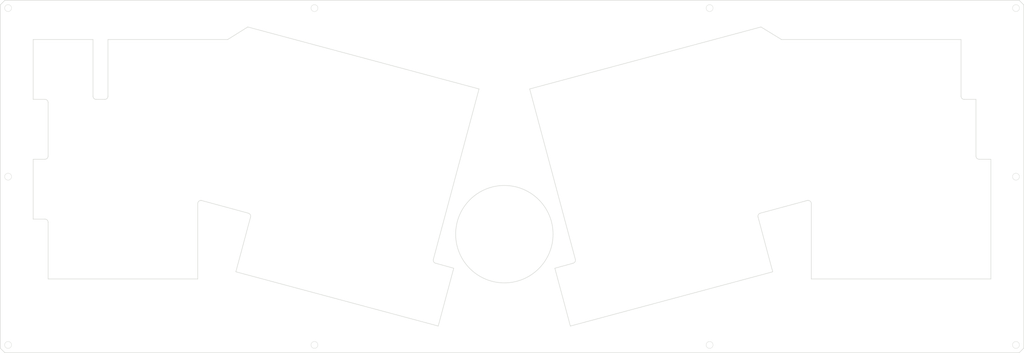
<source format=kicad_pcb>
(kicad_pcb (version 20171130) (host pcbnew "(5.1.5)-3")

  (general
    (thickness 2)
    (drawings 72)
    (tracks 0)
    (zones 0)
    (modules 0)
    (nets 1)
  )

  (page A3)
  (layers
    (0 F.Cu signal)
    (31 B.Cu signal)
    (32 B.Adhes user)
    (33 F.Adhes user)
    (34 B.Paste user)
    (35 F.Paste user)
    (36 B.SilkS user)
    (37 F.SilkS user)
    (38 B.Mask user)
    (39 F.Mask user)
    (40 Dwgs.User user)
    (41 Cmts.User user)
    (42 Eco1.User user)
    (43 Eco2.User user)
    (44 Edge.Cuts user)
    (45 Margin user)
    (46 B.CrtYd user)
    (47 F.CrtYd user)
    (48 B.Fab user)
    (49 F.Fab user)
  )

  (setup
    (last_trace_width 0.25)
    (user_trace_width 0.5)
    (user_trace_width 0.5)
    (trace_clearance 0.2)
    (zone_clearance 0.508)
    (zone_45_only no)
    (trace_min 0.2)
    (via_size 0.8)
    (via_drill 0.4)
    (via_min_size 0.4)
    (via_min_drill 0.3)
    (uvia_size 0.3)
    (uvia_drill 0.1)
    (uvias_allowed no)
    (uvia_min_size 0.2)
    (uvia_min_drill 0.1)
    (edge_width 0.1)
    (segment_width 0.2)
    (pcb_text_width 0.3)
    (pcb_text_size 1.5 1.5)
    (mod_edge_width 0.15)
    (mod_text_size 1 1)
    (mod_text_width 0.15)
    (pad_size 2.2 2.2)
    (pad_drill 2.2)
    (pad_to_mask_clearance 0)
    (solder_mask_min_width 0.25)
    (aux_axis_origin 0 0)
    (visible_elements 7FFFFFFF)
    (pcbplotparams
      (layerselection 0x01000_7ffffffe)
      (usegerberextensions true)
      (usegerberattributes false)
      (usegerberadvancedattributes false)
      (creategerberjobfile false)
      (excludeedgelayer true)
      (linewidth 0.100000)
      (plotframeref false)
      (viasonmask false)
      (mode 1)
      (useauxorigin false)
      (hpglpennumber 1)
      (hpglpenspeed 20)
      (hpglpendiameter 15.000000)
      (psnegative false)
      (psa4output false)
      (plotreference true)
      (plotvalue true)
      (plotinvisibletext false)
      (padsonsilk false)
      (subtractmaskfromsilk false)
      (outputformat 4)
      (mirror false)
      (drillshape 0)
      (scaleselection 1)
      (outputdirectory "C:/Users/サリチル酸/Desktop/"))
  )

  (net 0 "")

  (net_class Default "これはデフォルトのネット クラスです。"
    (clearance 0.2)
    (trace_width 0.25)
    (via_dia 0.8)
    (via_drill 0.4)
    (uvia_dia 0.3)
    (uvia_drill 0.1)
  )

  (gr_arc (start 87.271181 79.285926) (end 88.237107 79.544745) (angle -90) (layer Edge.Cuts) (width 0.15) (tstamp 60E50618))
  (gr_arc (start 147.378819 93.284074) (end 146.412893 93.025255) (angle -90) (layer Edge.Cuts) (width 0.15) (tstamp 60E505D2))
  (gr_arc (start 72.4375 75.262188) (end 72.4375 74.262188) (angle -90) (layer Edge.Cuts) (width 0.15) (tstamp 60E505A8))
  (gr_arc (start 265.69375 75.262187) (end 266.69375 75.262187) (angle -90) (layer Edge.Cuts) (width 0.15) (tstamp 60E50562))
  (gr_arc (start 250.708819 79.285926) (end 250.45 78.32) (angle -90) (layer Edge.Cuts) (width 0.15) (tstamp 60E504E6))
  (gr_arc (start 190.634074 93.278819) (end 190.892893 94.244745) (angle -90) (layer Edge.Cuts) (width 0.15) (tstamp 60E504D3))
  (gr_arc (start 22.8125 81.2) (end 23.8125 81.2) (angle -90) (layer Edge.Cuts) (width 0.15) (tstamp 60E504B2))
  (gr_arc (start 22.8125 60.15) (end 22.8125 61.15) (angle -90) (layer Edge.Cuts) (width 0.15) (tstamp 60E5049E))
  (gr_arc (start 22.8125 43.1) (end 23.8125 43.1) (angle -90) (layer Edge.Cuts) (width 0.15) (tstamp 60E5048B))
  (gr_arc (start 41.8625 41.1) (end 41.8625 42.1) (angle -90) (layer Edge.Cuts) (width 0.15) (tstamp 60E5047D))
  (gr_arc (start 39.1 41.1) (end 38.1 41.1) (angle -90) (layer Edge.Cuts) (width 0.15) (tstamp 60E5045D))
  (gr_arc (start 315.34375 41.1) (end 314.34375 41.1) (angle -90) (layer Edge.Cuts) (width 0.15) (tstamp 60E50444))
  (gr_arc (start 320.09375 60.15) (end 319.09375 60.15) (angle -90) (layer Edge.Cuts) (width 0.15))
  (gr_line (start 41.8625 42.1) (end 39.1 42.1) (layer Edge.Cuts) (width 0.15))
  (gr_line (start 42.8625 23.05) (end 42.8625 41.1) (layer Edge.Cuts) (width 0.15))
  (gr_line (start 38.1 41.1) (end 38.1 23.05) (layer Edge.Cuts) (width 0.15))
  (gr_line (start 83.562462 96.977263) (end 147.965566 114.234024) (layer Edge.Cuts) (width 0.15) (tstamp 60CE1B56))
  (gr_line (start 88.237107 79.544745) (end 83.562462 96.977263) (layer Edge.Cuts) (width 0.15))
  (gr_line (start 72.554467 74.262188) (end 87.53 78.32) (layer Edge.Cuts) (width 0.15))
  (gr_line (start 72.4375 74.262188) (end 72.554467 74.262188) (layer Edge.Cuts) (width 0.15))
  (gr_line (start 71.4375 99.25) (end 71.4375 75.262188) (layer Edge.Cuts) (width 0.15))
  (gr_line (start 23.8125 99.25) (end 71.4375 99.25) (layer Edge.Cuts) (width 0.15))
  (gr_line (start 23.8125 81.2) (end 23.8125 99.25) (layer Edge.Cuts) (width 0.15))
  (gr_line (start 19.05 80.2) (end 22.8125 80.2) (layer Edge.Cuts) (width 0.15))
  (gr_line (start 19.05 61.15) (end 19.05 80.2) (layer Edge.Cuts) (width 0.15))
  (gr_line (start 22.8125 61.15) (end 19.05 61.15) (layer Edge.Cuts) (width 0.15))
  (gr_line (start 23.8125 43.1) (end 23.8125 60.15) (layer Edge.Cuts) (width 0.15))
  (gr_line (start 19.05 42.1) (end 22.8125 42.1) (layer Edge.Cuts) (width 0.15))
  (gr_line (start 19.05 23.05) (end 19.05 42.1) (layer Edge.Cuts) (width 0.15))
  (gr_line (start 38.1 23.05) (end 19.05 23.05) (layer Edge.Cuts) (width 0.15))
  (gr_line (start 80.9625 23.05) (end 42.8625 23.05) (layer Edge.Cuts) (width 0.15))
  (gr_line (start 87.345975 19.059527) (end 80.9625 23.05) (layer Edge.Cuts) (width 0.15))
  (gr_line (start 160.949523 38.781538) (end 87.345975 19.059527) (layer Edge.Cuts) (width 0.15))
  (gr_line (start 146.412893 93.025255) (end 160.949523 38.781538) (layer Edge.Cuts) (width 0.15))
  (gr_line (start 152.896069 95.833137) (end 147.12 94.25) (layer Edge.Cuts) (width 0.15))
  (gr_line (start 147.965566 114.234024) (end 152.896069 95.833137) (layer Edge.Cuts) (width 0.15))
  (gr_line (start 266.69375 99.25) (end 323.84375 99.25) (layer Edge.Cuts) (width 0.15) (tstamp 60CE1AE5))
  (gr_line (start 266.69375 75.262187) (end 266.69375 99.25) (layer Edge.Cuts) (width 0.15))
  (gr_line (start 265.462954 74.262187) (end 265.69375 74.262187) (layer Edge.Cuts) (width 0.15))
  (gr_line (start 250.45 78.32) (end 265.462954 74.262187) (layer Edge.Cuts) (width 0.15))
  (gr_line (start 254.413486 96.977264) (end 249.742893 79.544745) (layer Edge.Cuts) (width 0.15))
  (gr_line (start 190.010382 114.234024) (end 254.413486 96.977264) (layer Edge.Cuts) (width 0.15))
  (gr_line (start 185.079879 95.833137) (end 190.010382 114.234024) (layer Edge.Cuts) (width 0.15))
  (gr_line (start 190.892893 94.244745) (end 185.079879 95.833137) (layer Edge.Cuts) (width 0.15))
  (gr_line (start 177.067896 38.781538) (end 191.6 93.02) (layer Edge.Cuts) (width 0.15))
  (gr_line (start 250.671444 19.059527) (end 177.067896 38.781538) (layer Edge.Cuts) (width 0.15))
  (gr_line (start 257.19375 23.05) (end 250.671444 19.059527) (layer Edge.Cuts) (width 0.15))
  (gr_line (start 314.34375 23.05) (end 257.19375 23.05) (layer Edge.Cuts) (width 0.15))
  (gr_line (start 314.34375 41.1) (end 314.34375 23.05) (layer Edge.Cuts) (width 0.15))
  (gr_line (start 319.09375 42.1) (end 315.34375 42.1) (layer Edge.Cuts) (width 0.15))
  (gr_line (start 319.09375 60.15) (end 319.09375 42.1) (layer Edge.Cuts) (width 0.15))
  (gr_line (start 323.84375 61.15) (end 320.09375 61.15) (layer Edge.Cuts) (width 0.15))
  (gr_line (start 323.84375 99.25) (end 323.84375 61.15) (layer Edge.Cuts) (width 0.15))
  (gr_circle (center 169.008711 85) (end 184.508711 85) (layer Edge.Cuts) (width 0.15))
  (gr_line (start 10.075 122.75) (end 8.575 121.25) (layer Edge.Cuts) (width 0.15) (tstamp 60883451))
  (gr_line (start 334.325 12.05) (end 332.825 10.55) (layer Edge.Cuts) (width 0.15) (tstamp 60883444))
  (gr_line (start 8.575 12.05) (end 10.075 10.55) (layer Edge.Cuts) (width 0.15) (tstamp 60883437))
  (gr_line (start 332.825 122.75) (end 334.325 121.25) (layer Edge.Cuts) (width 0.15))
  (gr_circle (center 108.575 13.05) (end 109.675 13.05) (layer Edge.Cuts) (width 0.1) (tstamp 60883417))
  (gr_circle (center 108.575 120.25) (end 109.675 120.25) (layer Edge.Cuts) (width 0.1) (tstamp 60883416))
  (gr_circle (center 234.325 13.05) (end 235.425 13.05) (layer Edge.Cuts) (width 0.1) (tstamp 60883412))
  (gr_circle (center 234.325 120.25) (end 235.425 120.25) (layer Edge.Cuts) (width 0.1) (tstamp 60883411))
  (gr_circle (center 11.075 13.05) (end 12.175 13.05) (layer Edge.Cuts) (width 0.1) (tstamp 608833B3))
  (gr_circle (center 11.075 66.7) (end 12.175 66.7) (layer Edge.Cuts) (width 0.1) (tstamp 608833B2))
  (gr_circle (center 11.075 120.25) (end 12.175 120.25) (layer Edge.Cuts) (width 0.1) (tstamp 608833B1))
  (gr_circle (center 331.825 13.05) (end 332.925 13.05) (layer Edge.Cuts) (width 0.1) (tstamp 608833AB))
  (gr_circle (center 331.825 66.7) (end 332.925 66.7) (layer Edge.Cuts) (width 0.1) (tstamp 6088339D))
  (gr_circle (center 331.825 120.25) (end 332.925 120.25) (layer Edge.Cuts) (width 0.1))
  (gr_line (start 10.075 122.75) (end 332.825 122.75) (layer Edge.Cuts) (width 0.15))
  (gr_line (start 8.575 12.05) (end 8.575 121.25) (layer Edge.Cuts) (width 0.15))
  (gr_line (start 332.825 10.55) (end 10.075 10.55) (layer Edge.Cuts) (width 0.15))
  (gr_line (start 334.325 121.25) (end 334.325 12.05) (layer Edge.Cuts) (width 0.15))

)

</source>
